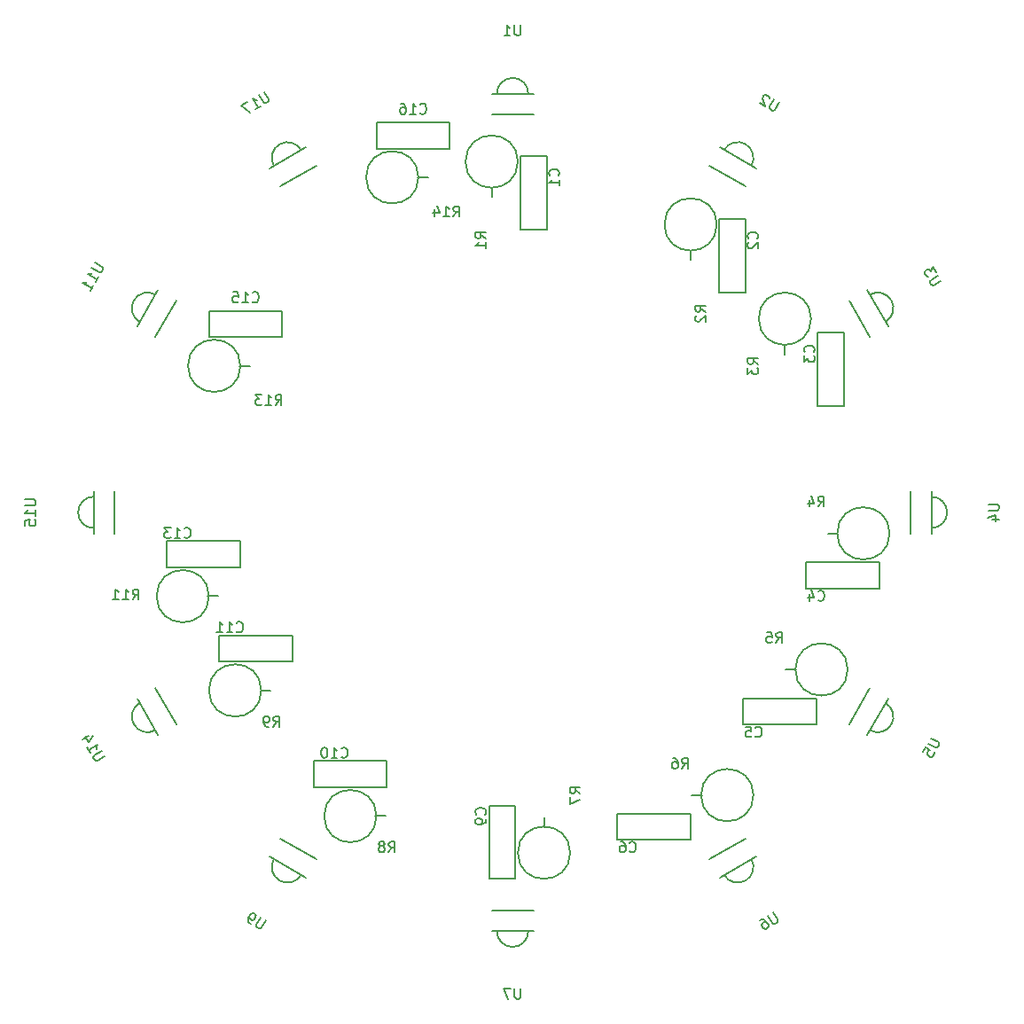
<source format=gbo>
G04 #@! TF.FileFunction,Legend,Bot*
%FSLAX46Y46*%
G04 Gerber Fmt 4.6, Leading zero omitted, Abs format (unit mm)*
G04 Created by KiCad (PCBNEW 4.0.1-stable) date 2016/11/10 0:02:59*
%MOMM*%
G01*
G04 APERTURE LIST*
%ADD10C,0.150000*%
%ADD11C,3.200000*%
%ADD12R,2.032000X1.727200*%
%ADD13O,2.032000X1.727200*%
%ADD14C,1.300000*%
%ADD15R,1.300000X1.300000*%
%ADD16R,2.000000X2.000000*%
%ADD17C,2.000000*%
%ADD18R,2.950000X2.950000*%
%ADD19C,2.950000*%
%ADD20R,1.727200X1.727200*%
%ADD21O,1.727200X1.727200*%
%ADD22C,1.998980*%
%ADD23C,1.510000*%
%ADD24R,1.510000X1.510000*%
%ADD25C,1.524000*%
%ADD26R,1.727200X2.032000*%
%ADD27O,1.727200X2.032000*%
%ADD28C,4.000000*%
G04 APERTURE END LIST*
D10*
X142750000Y-73500000D02*
X142750000Y-66500000D01*
X142750000Y-66500000D02*
X140250000Y-66500000D01*
X140250000Y-66500000D02*
X140250000Y-73500000D01*
X140250000Y-73500000D02*
X142750000Y-73500000D01*
X161750000Y-79500000D02*
X161750000Y-72500000D01*
X161750000Y-72500000D02*
X159250000Y-72500000D01*
X159250000Y-72500000D02*
X159250000Y-79500000D01*
X159250000Y-79500000D02*
X161750000Y-79500000D01*
X171125000Y-90340000D02*
X171125000Y-83340000D01*
X171125000Y-83340000D02*
X168625000Y-83340000D01*
X168625000Y-83340000D02*
X168625000Y-90340000D01*
X168625000Y-90340000D02*
X171125000Y-90340000D01*
X167500000Y-107750000D02*
X174500000Y-107750000D01*
X174500000Y-107750000D02*
X174500000Y-105250000D01*
X174500000Y-105250000D02*
X167500000Y-105250000D01*
X167500000Y-105250000D02*
X167500000Y-107750000D01*
X161500000Y-120750000D02*
X168500000Y-120750000D01*
X168500000Y-120750000D02*
X168500000Y-118250000D01*
X168500000Y-118250000D02*
X161500000Y-118250000D01*
X161500000Y-118250000D02*
X161500000Y-120750000D01*
X149500000Y-131750000D02*
X156500000Y-131750000D01*
X156500000Y-131750000D02*
X156500000Y-129250000D01*
X156500000Y-129250000D02*
X149500000Y-129250000D01*
X149500000Y-129250000D02*
X149500000Y-131750000D01*
X137250000Y-128500000D02*
X137250000Y-135500000D01*
X137250000Y-135500000D02*
X139750000Y-135500000D01*
X139750000Y-135500000D02*
X139750000Y-128500000D01*
X139750000Y-128500000D02*
X137250000Y-128500000D01*
X127500000Y-124250000D02*
X120500000Y-124250000D01*
X120500000Y-124250000D02*
X120500000Y-126750000D01*
X120500000Y-126750000D02*
X127500000Y-126750000D01*
X127500000Y-126750000D02*
X127500000Y-124250000D01*
X118500000Y-112250000D02*
X111500000Y-112250000D01*
X111500000Y-112250000D02*
X111500000Y-114750000D01*
X111500000Y-114750000D02*
X118500000Y-114750000D01*
X118500000Y-114750000D02*
X118500000Y-112250000D01*
X113500000Y-103250000D02*
X106500000Y-103250000D01*
X106500000Y-103250000D02*
X106500000Y-105750000D01*
X106500000Y-105750000D02*
X113500000Y-105750000D01*
X113500000Y-105750000D02*
X113500000Y-103250000D01*
X117500000Y-81250000D02*
X110500000Y-81250000D01*
X110500000Y-81250000D02*
X110500000Y-83750000D01*
X110500000Y-83750000D02*
X117500000Y-83750000D01*
X117500000Y-83750000D02*
X117500000Y-81250000D01*
X133500000Y-63250000D02*
X126500000Y-63250000D01*
X126500000Y-63250000D02*
X126500000Y-65750000D01*
X126500000Y-65750000D02*
X133500000Y-65750000D01*
X133500000Y-65750000D02*
X133500000Y-63250000D01*
X137500000Y-69400940D02*
X137500000Y-70401700D01*
X139999360Y-67000640D02*
G75*
G03X139999360Y-67000640I-2499360J0D01*
G01*
X156500000Y-75400940D02*
X156500000Y-76401700D01*
X158999360Y-73000640D02*
G75*
G03X158999360Y-73000640I-2499360J0D01*
G01*
X165500000Y-84400940D02*
X165500000Y-85401700D01*
X167999360Y-82000640D02*
G75*
G03X167999360Y-82000640I-2499360J0D01*
G01*
X170599060Y-102500000D02*
X169598300Y-102500000D01*
X175498720Y-102500000D02*
G75*
G03X175498720Y-102500000I-2499360J0D01*
G01*
X166599060Y-115500000D02*
X165598300Y-115500000D01*
X171498720Y-115500000D02*
G75*
G03X171498720Y-115500000I-2499360J0D01*
G01*
X157599060Y-127500000D02*
X156598300Y-127500000D01*
X162498720Y-127500000D02*
G75*
G03X162498720Y-127500000I-2499360J0D01*
G01*
X142500000Y-130599060D02*
X142500000Y-129598300D01*
X144999360Y-132999360D02*
G75*
G03X144999360Y-132999360I-2499360J0D01*
G01*
X126400940Y-129500000D02*
X127401700Y-129500000D01*
X126500000Y-129500000D02*
G75*
G03X126500000Y-129500000I-2499360J0D01*
G01*
X115400940Y-117500000D02*
X116401700Y-117500000D01*
X115500000Y-117500000D02*
G75*
G03X115500000Y-117500000I-2499360J0D01*
G01*
X110400940Y-108500000D02*
X111401700Y-108500000D01*
X110500000Y-108500000D02*
G75*
G03X110500000Y-108500000I-2499360J0D01*
G01*
X113400940Y-86500000D02*
X114401700Y-86500000D01*
X113500000Y-86500000D02*
G75*
G03X113500000Y-86500000I-2499360J0D01*
G01*
X130400940Y-68500000D02*
X131401700Y-68500000D01*
X130500000Y-68500000D02*
G75*
G03X130500000Y-68500000I-2499360J0D01*
G01*
X141500000Y-62500000D02*
X137500000Y-62500000D01*
X141500000Y-60500000D02*
X137500000Y-60500000D01*
X139500000Y-59000000D02*
G75*
G02X141000000Y-60500000I0J-1500000D01*
G01*
X138000000Y-60500000D02*
G75*
G02X139500000Y-59000000I1500000J0D01*
G01*
X161732051Y-69366025D02*
X158267949Y-67366025D01*
X162732051Y-67633975D02*
X159267949Y-65633975D01*
X161750000Y-65334937D02*
G75*
G02X162299038Y-67383975I-750000J-1299038D01*
G01*
X159700961Y-65883975D02*
G75*
G02X161750000Y-65334936I1299039J-750000D01*
G01*
X173633975Y-83732051D02*
X171633975Y-80267949D01*
X175366025Y-82732051D02*
X173366025Y-79267949D01*
X175665063Y-80250000D02*
G75*
G02X175116025Y-82299038I-1299038J-750000D01*
G01*
X173616025Y-79700961D02*
G75*
G02X175665064Y-80250000I750000J-1299039D01*
G01*
X177500000Y-102500000D02*
X177500000Y-98500000D01*
X179500000Y-102500000D02*
X179500000Y-98500000D01*
X181000000Y-100500000D02*
G75*
G02X179500000Y-102000000I-1500000J0D01*
G01*
X179500000Y-99000000D02*
G75*
G02X181000000Y-100500000I0J-1500000D01*
G01*
X171633975Y-120732051D02*
X173633975Y-117267949D01*
X173366025Y-121732051D02*
X175366025Y-118267949D01*
X175665063Y-120750000D02*
G75*
G02X173616025Y-121299038I-1299038J750000D01*
G01*
X175116025Y-118700961D02*
G75*
G02X175665064Y-120750000I-750000J-1299039D01*
G01*
X158267949Y-133633975D02*
X161732051Y-131633975D01*
X159267949Y-135366025D02*
X162732051Y-133366025D01*
X161750000Y-135665063D02*
G75*
G02X159700962Y-135116025I-750000J1299038D01*
G01*
X162299039Y-133616025D02*
G75*
G02X161750000Y-135665064I-1299039J-750000D01*
G01*
X137500000Y-138500000D02*
X141500000Y-138500000D01*
X137500000Y-140500000D02*
X141500000Y-140500000D01*
X139500000Y-142000000D02*
G75*
G02X138000000Y-140500000I0J1500000D01*
G01*
X141000000Y-140500000D02*
G75*
G02X139500000Y-142000000I-1500000J0D01*
G01*
X117267949Y-131633975D02*
X120732051Y-133633975D01*
X116267949Y-133366025D02*
X119732051Y-135366025D01*
X117250000Y-135665063D02*
G75*
G02X116700962Y-133616025I750000J1299038D01*
G01*
X119299039Y-135116025D02*
G75*
G02X117250000Y-135665064I-1299039J750000D01*
G01*
X105366025Y-117267949D02*
X107366025Y-120732051D01*
X103633975Y-118267949D02*
X105633975Y-121732051D01*
X103334937Y-120750000D02*
G75*
G02X103883975Y-118700962I1299038J750000D01*
G01*
X105383975Y-121299039D02*
G75*
G02X103334936Y-120750000I-750000J1299039D01*
G01*
X101500000Y-98500000D02*
X101500000Y-102500000D01*
X99500000Y-98500000D02*
X99500000Y-102500000D01*
X98000000Y-100500000D02*
G75*
G02X99500000Y-99000000I1500000J0D01*
G01*
X99500000Y-102000000D02*
G75*
G02X98000000Y-100500000I0J1500000D01*
G01*
X107366025Y-80267949D02*
X105366025Y-83732051D01*
X105633975Y-79267949D02*
X103633975Y-82732051D01*
X103334937Y-80250000D02*
G75*
G02X105383975Y-79700962I1299038J-750000D01*
G01*
X103883975Y-82299039D02*
G75*
G02X103334936Y-80250000I750000J1299039D01*
G01*
X120732051Y-67366025D02*
X117267949Y-69366025D01*
X119732051Y-65633975D02*
X116267949Y-67633975D01*
X117250000Y-65334937D02*
G75*
G02X119299038Y-65883975I750000J-1299038D01*
G01*
X116700961Y-67383975D02*
G75*
G02X117250000Y-65334936I1299039J750000D01*
G01*
X143857143Y-68333334D02*
X143904762Y-68285715D01*
X143952381Y-68142858D01*
X143952381Y-68047620D01*
X143904762Y-67904762D01*
X143809524Y-67809524D01*
X143714286Y-67761905D01*
X143523810Y-67714286D01*
X143380952Y-67714286D01*
X143190476Y-67761905D01*
X143095238Y-67809524D01*
X143000000Y-67904762D01*
X142952381Y-68047620D01*
X142952381Y-68142858D01*
X143000000Y-68285715D01*
X143047619Y-68333334D01*
X143952381Y-69285715D02*
X143952381Y-68714286D01*
X143952381Y-69000000D02*
X142952381Y-69000000D01*
X143095238Y-68904762D01*
X143190476Y-68809524D01*
X143238095Y-68714286D01*
X162857143Y-74333334D02*
X162904762Y-74285715D01*
X162952381Y-74142858D01*
X162952381Y-74047620D01*
X162904762Y-73904762D01*
X162809524Y-73809524D01*
X162714286Y-73761905D01*
X162523810Y-73714286D01*
X162380952Y-73714286D01*
X162190476Y-73761905D01*
X162095238Y-73809524D01*
X162000000Y-73904762D01*
X161952381Y-74047620D01*
X161952381Y-74142858D01*
X162000000Y-74285715D01*
X162047619Y-74333334D01*
X162047619Y-74714286D02*
X162000000Y-74761905D01*
X161952381Y-74857143D01*
X161952381Y-75095239D01*
X162000000Y-75190477D01*
X162047619Y-75238096D01*
X162142857Y-75285715D01*
X162238095Y-75285715D01*
X162380952Y-75238096D01*
X162952381Y-74666667D01*
X162952381Y-75285715D01*
X168232143Y-85173334D02*
X168279762Y-85125715D01*
X168327381Y-84982858D01*
X168327381Y-84887620D01*
X168279762Y-84744762D01*
X168184524Y-84649524D01*
X168089286Y-84601905D01*
X167898810Y-84554286D01*
X167755952Y-84554286D01*
X167565476Y-84601905D01*
X167470238Y-84649524D01*
X167375000Y-84744762D01*
X167327381Y-84887620D01*
X167327381Y-84982858D01*
X167375000Y-85125715D01*
X167422619Y-85173334D01*
X167327381Y-85506667D02*
X167327381Y-86125715D01*
X167708333Y-85792381D01*
X167708333Y-85935239D01*
X167755952Y-86030477D01*
X167803571Y-86078096D01*
X167898810Y-86125715D01*
X168136905Y-86125715D01*
X168232143Y-86078096D01*
X168279762Y-86030477D01*
X168327381Y-85935239D01*
X168327381Y-85649524D01*
X168279762Y-85554286D01*
X168232143Y-85506667D01*
X168666666Y-108857143D02*
X168714285Y-108904762D01*
X168857142Y-108952381D01*
X168952380Y-108952381D01*
X169095238Y-108904762D01*
X169190476Y-108809524D01*
X169238095Y-108714286D01*
X169285714Y-108523810D01*
X169285714Y-108380952D01*
X169238095Y-108190476D01*
X169190476Y-108095238D01*
X169095238Y-108000000D01*
X168952380Y-107952381D01*
X168857142Y-107952381D01*
X168714285Y-108000000D01*
X168666666Y-108047619D01*
X167809523Y-108285714D02*
X167809523Y-108952381D01*
X168047619Y-107904762D02*
X168285714Y-108619048D01*
X167666666Y-108619048D01*
X162666666Y-121857143D02*
X162714285Y-121904762D01*
X162857142Y-121952381D01*
X162952380Y-121952381D01*
X163095238Y-121904762D01*
X163190476Y-121809524D01*
X163238095Y-121714286D01*
X163285714Y-121523810D01*
X163285714Y-121380952D01*
X163238095Y-121190476D01*
X163190476Y-121095238D01*
X163095238Y-121000000D01*
X162952380Y-120952381D01*
X162857142Y-120952381D01*
X162714285Y-121000000D01*
X162666666Y-121047619D01*
X161761904Y-120952381D02*
X162238095Y-120952381D01*
X162285714Y-121428571D01*
X162238095Y-121380952D01*
X162142857Y-121333333D01*
X161904761Y-121333333D01*
X161809523Y-121380952D01*
X161761904Y-121428571D01*
X161714285Y-121523810D01*
X161714285Y-121761905D01*
X161761904Y-121857143D01*
X161809523Y-121904762D01*
X161904761Y-121952381D01*
X162142857Y-121952381D01*
X162238095Y-121904762D01*
X162285714Y-121857143D01*
X150666666Y-132857143D02*
X150714285Y-132904762D01*
X150857142Y-132952381D01*
X150952380Y-132952381D01*
X151095238Y-132904762D01*
X151190476Y-132809524D01*
X151238095Y-132714286D01*
X151285714Y-132523810D01*
X151285714Y-132380952D01*
X151238095Y-132190476D01*
X151190476Y-132095238D01*
X151095238Y-132000000D01*
X150952380Y-131952381D01*
X150857142Y-131952381D01*
X150714285Y-132000000D01*
X150666666Y-132047619D01*
X149809523Y-131952381D02*
X150000000Y-131952381D01*
X150095238Y-132000000D01*
X150142857Y-132047619D01*
X150238095Y-132190476D01*
X150285714Y-132380952D01*
X150285714Y-132761905D01*
X150238095Y-132857143D01*
X150190476Y-132904762D01*
X150095238Y-132952381D01*
X149904761Y-132952381D01*
X149809523Y-132904762D01*
X149761904Y-132857143D01*
X149714285Y-132761905D01*
X149714285Y-132523810D01*
X149761904Y-132428571D01*
X149809523Y-132380952D01*
X149904761Y-132333333D01*
X150095238Y-132333333D01*
X150190476Y-132380952D01*
X150238095Y-132428571D01*
X150285714Y-132523810D01*
X136857143Y-129333334D02*
X136904762Y-129285715D01*
X136952381Y-129142858D01*
X136952381Y-129047620D01*
X136904762Y-128904762D01*
X136809524Y-128809524D01*
X136714286Y-128761905D01*
X136523810Y-128714286D01*
X136380952Y-128714286D01*
X136190476Y-128761905D01*
X136095238Y-128809524D01*
X136000000Y-128904762D01*
X135952381Y-129047620D01*
X135952381Y-129142858D01*
X136000000Y-129285715D01*
X136047619Y-129333334D01*
X136952381Y-129809524D02*
X136952381Y-130000000D01*
X136904762Y-130095239D01*
X136857143Y-130142858D01*
X136714286Y-130238096D01*
X136523810Y-130285715D01*
X136142857Y-130285715D01*
X136047619Y-130238096D01*
X136000000Y-130190477D01*
X135952381Y-130095239D01*
X135952381Y-129904762D01*
X136000000Y-129809524D01*
X136047619Y-129761905D01*
X136142857Y-129714286D01*
X136380952Y-129714286D01*
X136476190Y-129761905D01*
X136523810Y-129809524D01*
X136571429Y-129904762D01*
X136571429Y-130095239D01*
X136523810Y-130190477D01*
X136476190Y-130238096D01*
X136380952Y-130285715D01*
X123142857Y-123857143D02*
X123190476Y-123904762D01*
X123333333Y-123952381D01*
X123428571Y-123952381D01*
X123571429Y-123904762D01*
X123666667Y-123809524D01*
X123714286Y-123714286D01*
X123761905Y-123523810D01*
X123761905Y-123380952D01*
X123714286Y-123190476D01*
X123666667Y-123095238D01*
X123571429Y-123000000D01*
X123428571Y-122952381D01*
X123333333Y-122952381D01*
X123190476Y-123000000D01*
X123142857Y-123047619D01*
X122190476Y-123952381D02*
X122761905Y-123952381D01*
X122476191Y-123952381D02*
X122476191Y-122952381D01*
X122571429Y-123095238D01*
X122666667Y-123190476D01*
X122761905Y-123238095D01*
X121571429Y-122952381D02*
X121476190Y-122952381D01*
X121380952Y-123000000D01*
X121333333Y-123047619D01*
X121285714Y-123142857D01*
X121238095Y-123333333D01*
X121238095Y-123571429D01*
X121285714Y-123761905D01*
X121333333Y-123857143D01*
X121380952Y-123904762D01*
X121476190Y-123952381D01*
X121571429Y-123952381D01*
X121666667Y-123904762D01*
X121714286Y-123857143D01*
X121761905Y-123761905D01*
X121809524Y-123571429D01*
X121809524Y-123333333D01*
X121761905Y-123142857D01*
X121714286Y-123047619D01*
X121666667Y-123000000D01*
X121571429Y-122952381D01*
X113142857Y-111857143D02*
X113190476Y-111904762D01*
X113333333Y-111952381D01*
X113428571Y-111952381D01*
X113571429Y-111904762D01*
X113666667Y-111809524D01*
X113714286Y-111714286D01*
X113761905Y-111523810D01*
X113761905Y-111380952D01*
X113714286Y-111190476D01*
X113666667Y-111095238D01*
X113571429Y-111000000D01*
X113428571Y-110952381D01*
X113333333Y-110952381D01*
X113190476Y-111000000D01*
X113142857Y-111047619D01*
X112190476Y-111952381D02*
X112761905Y-111952381D01*
X112476191Y-111952381D02*
X112476191Y-110952381D01*
X112571429Y-111095238D01*
X112666667Y-111190476D01*
X112761905Y-111238095D01*
X111238095Y-111952381D02*
X111809524Y-111952381D01*
X111523810Y-111952381D02*
X111523810Y-110952381D01*
X111619048Y-111095238D01*
X111714286Y-111190476D01*
X111809524Y-111238095D01*
X108142857Y-102857143D02*
X108190476Y-102904762D01*
X108333333Y-102952381D01*
X108428571Y-102952381D01*
X108571429Y-102904762D01*
X108666667Y-102809524D01*
X108714286Y-102714286D01*
X108761905Y-102523810D01*
X108761905Y-102380952D01*
X108714286Y-102190476D01*
X108666667Y-102095238D01*
X108571429Y-102000000D01*
X108428571Y-101952381D01*
X108333333Y-101952381D01*
X108190476Y-102000000D01*
X108142857Y-102047619D01*
X107190476Y-102952381D02*
X107761905Y-102952381D01*
X107476191Y-102952381D02*
X107476191Y-101952381D01*
X107571429Y-102095238D01*
X107666667Y-102190476D01*
X107761905Y-102238095D01*
X106857143Y-101952381D02*
X106238095Y-101952381D01*
X106571429Y-102333333D01*
X106428571Y-102333333D01*
X106333333Y-102380952D01*
X106285714Y-102428571D01*
X106238095Y-102523810D01*
X106238095Y-102761905D01*
X106285714Y-102857143D01*
X106333333Y-102904762D01*
X106428571Y-102952381D01*
X106714286Y-102952381D01*
X106809524Y-102904762D01*
X106857143Y-102857143D01*
X114642857Y-80357143D02*
X114690476Y-80404762D01*
X114833333Y-80452381D01*
X114928571Y-80452381D01*
X115071429Y-80404762D01*
X115166667Y-80309524D01*
X115214286Y-80214286D01*
X115261905Y-80023810D01*
X115261905Y-79880952D01*
X115214286Y-79690476D01*
X115166667Y-79595238D01*
X115071429Y-79500000D01*
X114928571Y-79452381D01*
X114833333Y-79452381D01*
X114690476Y-79500000D01*
X114642857Y-79547619D01*
X113690476Y-80452381D02*
X114261905Y-80452381D01*
X113976191Y-80452381D02*
X113976191Y-79452381D01*
X114071429Y-79595238D01*
X114166667Y-79690476D01*
X114261905Y-79738095D01*
X112785714Y-79452381D02*
X113261905Y-79452381D01*
X113309524Y-79928571D01*
X113261905Y-79880952D01*
X113166667Y-79833333D01*
X112928571Y-79833333D01*
X112833333Y-79880952D01*
X112785714Y-79928571D01*
X112738095Y-80023810D01*
X112738095Y-80261905D01*
X112785714Y-80357143D01*
X112833333Y-80404762D01*
X112928571Y-80452381D01*
X113166667Y-80452381D01*
X113261905Y-80404762D01*
X113309524Y-80357143D01*
X130642857Y-62357143D02*
X130690476Y-62404762D01*
X130833333Y-62452381D01*
X130928571Y-62452381D01*
X131071429Y-62404762D01*
X131166667Y-62309524D01*
X131214286Y-62214286D01*
X131261905Y-62023810D01*
X131261905Y-61880952D01*
X131214286Y-61690476D01*
X131166667Y-61595238D01*
X131071429Y-61500000D01*
X130928571Y-61452381D01*
X130833333Y-61452381D01*
X130690476Y-61500000D01*
X130642857Y-61547619D01*
X129690476Y-62452381D02*
X130261905Y-62452381D01*
X129976191Y-62452381D02*
X129976191Y-61452381D01*
X130071429Y-61595238D01*
X130166667Y-61690476D01*
X130261905Y-61738095D01*
X128833333Y-61452381D02*
X129023810Y-61452381D01*
X129119048Y-61500000D01*
X129166667Y-61547619D01*
X129261905Y-61690476D01*
X129309524Y-61880952D01*
X129309524Y-62261905D01*
X129261905Y-62357143D01*
X129214286Y-62404762D01*
X129119048Y-62452381D01*
X128928571Y-62452381D01*
X128833333Y-62404762D01*
X128785714Y-62357143D01*
X128738095Y-62261905D01*
X128738095Y-62023810D01*
X128785714Y-61928571D01*
X128833333Y-61880952D01*
X128928571Y-61833333D01*
X129119048Y-61833333D01*
X129214286Y-61880952D01*
X129261905Y-61928571D01*
X129309524Y-62023810D01*
X136952381Y-74333334D02*
X136476190Y-74000000D01*
X136952381Y-73761905D02*
X135952381Y-73761905D01*
X135952381Y-74142858D01*
X136000000Y-74238096D01*
X136047619Y-74285715D01*
X136142857Y-74333334D01*
X136285714Y-74333334D01*
X136380952Y-74285715D01*
X136428571Y-74238096D01*
X136476190Y-74142858D01*
X136476190Y-73761905D01*
X136952381Y-75285715D02*
X136952381Y-74714286D01*
X136952381Y-75000000D02*
X135952381Y-75000000D01*
X136095238Y-74904762D01*
X136190476Y-74809524D01*
X136238095Y-74714286D01*
X157952381Y-81333334D02*
X157476190Y-81000000D01*
X157952381Y-80761905D02*
X156952381Y-80761905D01*
X156952381Y-81142858D01*
X157000000Y-81238096D01*
X157047619Y-81285715D01*
X157142857Y-81333334D01*
X157285714Y-81333334D01*
X157380952Y-81285715D01*
X157428571Y-81238096D01*
X157476190Y-81142858D01*
X157476190Y-80761905D01*
X157047619Y-81714286D02*
X157000000Y-81761905D01*
X156952381Y-81857143D01*
X156952381Y-82095239D01*
X157000000Y-82190477D01*
X157047619Y-82238096D01*
X157142857Y-82285715D01*
X157238095Y-82285715D01*
X157380952Y-82238096D01*
X157952381Y-81666667D01*
X157952381Y-82285715D01*
X162952381Y-86333334D02*
X162476190Y-86000000D01*
X162952381Y-85761905D02*
X161952381Y-85761905D01*
X161952381Y-86142858D01*
X162000000Y-86238096D01*
X162047619Y-86285715D01*
X162142857Y-86333334D01*
X162285714Y-86333334D01*
X162380952Y-86285715D01*
X162428571Y-86238096D01*
X162476190Y-86142858D01*
X162476190Y-85761905D01*
X161952381Y-86666667D02*
X161952381Y-87285715D01*
X162333333Y-86952381D01*
X162333333Y-87095239D01*
X162380952Y-87190477D01*
X162428571Y-87238096D01*
X162523810Y-87285715D01*
X162761905Y-87285715D01*
X162857143Y-87238096D01*
X162904762Y-87190477D01*
X162952381Y-87095239D01*
X162952381Y-86809524D01*
X162904762Y-86714286D01*
X162857143Y-86666667D01*
X168666666Y-99952381D02*
X169000000Y-99476190D01*
X169238095Y-99952381D02*
X169238095Y-98952381D01*
X168857142Y-98952381D01*
X168761904Y-99000000D01*
X168714285Y-99047619D01*
X168666666Y-99142857D01*
X168666666Y-99285714D01*
X168714285Y-99380952D01*
X168761904Y-99428571D01*
X168857142Y-99476190D01*
X169238095Y-99476190D01*
X167809523Y-99285714D02*
X167809523Y-99952381D01*
X168047619Y-98904762D02*
X168285714Y-99619048D01*
X167666666Y-99619048D01*
X164666666Y-112952381D02*
X165000000Y-112476190D01*
X165238095Y-112952381D02*
X165238095Y-111952381D01*
X164857142Y-111952381D01*
X164761904Y-112000000D01*
X164714285Y-112047619D01*
X164666666Y-112142857D01*
X164666666Y-112285714D01*
X164714285Y-112380952D01*
X164761904Y-112428571D01*
X164857142Y-112476190D01*
X165238095Y-112476190D01*
X163761904Y-111952381D02*
X164238095Y-111952381D01*
X164285714Y-112428571D01*
X164238095Y-112380952D01*
X164142857Y-112333333D01*
X163904761Y-112333333D01*
X163809523Y-112380952D01*
X163761904Y-112428571D01*
X163714285Y-112523810D01*
X163714285Y-112761905D01*
X163761904Y-112857143D01*
X163809523Y-112904762D01*
X163904761Y-112952381D01*
X164142857Y-112952381D01*
X164238095Y-112904762D01*
X164285714Y-112857143D01*
X155666666Y-124952381D02*
X156000000Y-124476190D01*
X156238095Y-124952381D02*
X156238095Y-123952381D01*
X155857142Y-123952381D01*
X155761904Y-124000000D01*
X155714285Y-124047619D01*
X155666666Y-124142857D01*
X155666666Y-124285714D01*
X155714285Y-124380952D01*
X155761904Y-124428571D01*
X155857142Y-124476190D01*
X156238095Y-124476190D01*
X154809523Y-123952381D02*
X155000000Y-123952381D01*
X155095238Y-124000000D01*
X155142857Y-124047619D01*
X155238095Y-124190476D01*
X155285714Y-124380952D01*
X155285714Y-124761905D01*
X155238095Y-124857143D01*
X155190476Y-124904762D01*
X155095238Y-124952381D01*
X154904761Y-124952381D01*
X154809523Y-124904762D01*
X154761904Y-124857143D01*
X154714285Y-124761905D01*
X154714285Y-124523810D01*
X154761904Y-124428571D01*
X154809523Y-124380952D01*
X154904761Y-124333333D01*
X155095238Y-124333333D01*
X155190476Y-124380952D01*
X155238095Y-124428571D01*
X155285714Y-124523810D01*
X145952381Y-127333334D02*
X145476190Y-127000000D01*
X145952381Y-126761905D02*
X144952381Y-126761905D01*
X144952381Y-127142858D01*
X145000000Y-127238096D01*
X145047619Y-127285715D01*
X145142857Y-127333334D01*
X145285714Y-127333334D01*
X145380952Y-127285715D01*
X145428571Y-127238096D01*
X145476190Y-127142858D01*
X145476190Y-126761905D01*
X144952381Y-127666667D02*
X144952381Y-128333334D01*
X145952381Y-127904762D01*
X127666666Y-132952381D02*
X128000000Y-132476190D01*
X128238095Y-132952381D02*
X128238095Y-131952381D01*
X127857142Y-131952381D01*
X127761904Y-132000000D01*
X127714285Y-132047619D01*
X127666666Y-132142857D01*
X127666666Y-132285714D01*
X127714285Y-132380952D01*
X127761904Y-132428571D01*
X127857142Y-132476190D01*
X128238095Y-132476190D01*
X127095238Y-132380952D02*
X127190476Y-132333333D01*
X127238095Y-132285714D01*
X127285714Y-132190476D01*
X127285714Y-132142857D01*
X127238095Y-132047619D01*
X127190476Y-132000000D01*
X127095238Y-131952381D01*
X126904761Y-131952381D01*
X126809523Y-132000000D01*
X126761904Y-132047619D01*
X126714285Y-132142857D01*
X126714285Y-132190476D01*
X126761904Y-132285714D01*
X126809523Y-132333333D01*
X126904761Y-132380952D01*
X127095238Y-132380952D01*
X127190476Y-132428571D01*
X127238095Y-132476190D01*
X127285714Y-132571429D01*
X127285714Y-132761905D01*
X127238095Y-132857143D01*
X127190476Y-132904762D01*
X127095238Y-132952381D01*
X126904761Y-132952381D01*
X126809523Y-132904762D01*
X126761904Y-132857143D01*
X126714285Y-132761905D01*
X126714285Y-132571429D01*
X126761904Y-132476190D01*
X126809523Y-132428571D01*
X126904761Y-132380952D01*
X116666666Y-120952381D02*
X117000000Y-120476190D01*
X117238095Y-120952381D02*
X117238095Y-119952381D01*
X116857142Y-119952381D01*
X116761904Y-120000000D01*
X116714285Y-120047619D01*
X116666666Y-120142857D01*
X116666666Y-120285714D01*
X116714285Y-120380952D01*
X116761904Y-120428571D01*
X116857142Y-120476190D01*
X117238095Y-120476190D01*
X116190476Y-120952381D02*
X116000000Y-120952381D01*
X115904761Y-120904762D01*
X115857142Y-120857143D01*
X115761904Y-120714286D01*
X115714285Y-120523810D01*
X115714285Y-120142857D01*
X115761904Y-120047619D01*
X115809523Y-120000000D01*
X115904761Y-119952381D01*
X116095238Y-119952381D01*
X116190476Y-120000000D01*
X116238095Y-120047619D01*
X116285714Y-120142857D01*
X116285714Y-120380952D01*
X116238095Y-120476190D01*
X116190476Y-120523810D01*
X116095238Y-120571429D01*
X115904761Y-120571429D01*
X115809523Y-120523810D01*
X115761904Y-120476190D01*
X115714285Y-120380952D01*
X103207857Y-108842381D02*
X103541191Y-108366190D01*
X103779286Y-108842381D02*
X103779286Y-107842381D01*
X103398333Y-107842381D01*
X103303095Y-107890000D01*
X103255476Y-107937619D01*
X103207857Y-108032857D01*
X103207857Y-108175714D01*
X103255476Y-108270952D01*
X103303095Y-108318571D01*
X103398333Y-108366190D01*
X103779286Y-108366190D01*
X102255476Y-108842381D02*
X102826905Y-108842381D01*
X102541191Y-108842381D02*
X102541191Y-107842381D01*
X102636429Y-107985238D01*
X102731667Y-108080476D01*
X102826905Y-108128095D01*
X101303095Y-108842381D02*
X101874524Y-108842381D01*
X101588810Y-108842381D02*
X101588810Y-107842381D01*
X101684048Y-107985238D01*
X101779286Y-108080476D01*
X101874524Y-108128095D01*
X116842877Y-90251841D02*
X117176211Y-89775650D01*
X117414306Y-90251841D02*
X117414306Y-89251841D01*
X117033353Y-89251841D01*
X116938115Y-89299460D01*
X116890496Y-89347079D01*
X116842877Y-89442317D01*
X116842877Y-89585174D01*
X116890496Y-89680412D01*
X116938115Y-89728031D01*
X117033353Y-89775650D01*
X117414306Y-89775650D01*
X115890496Y-90251841D02*
X116461925Y-90251841D01*
X116176211Y-90251841D02*
X116176211Y-89251841D01*
X116271449Y-89394698D01*
X116366687Y-89489936D01*
X116461925Y-89537555D01*
X115557163Y-89251841D02*
X114938115Y-89251841D01*
X115271449Y-89632793D01*
X115128591Y-89632793D01*
X115033353Y-89680412D01*
X114985734Y-89728031D01*
X114938115Y-89823270D01*
X114938115Y-90061365D01*
X114985734Y-90156603D01*
X115033353Y-90204222D01*
X115128591Y-90251841D01*
X115414306Y-90251841D01*
X115509544Y-90204222D01*
X115557163Y-90156603D01*
X133842877Y-72251841D02*
X134176211Y-71775650D01*
X134414306Y-72251841D02*
X134414306Y-71251841D01*
X134033353Y-71251841D01*
X133938115Y-71299460D01*
X133890496Y-71347079D01*
X133842877Y-71442317D01*
X133842877Y-71585174D01*
X133890496Y-71680412D01*
X133938115Y-71728031D01*
X134033353Y-71775650D01*
X134414306Y-71775650D01*
X132890496Y-72251841D02*
X133461925Y-72251841D01*
X133176211Y-72251841D02*
X133176211Y-71251841D01*
X133271449Y-71394698D01*
X133366687Y-71489936D01*
X133461925Y-71537555D01*
X132033353Y-71585174D02*
X132033353Y-72251841D01*
X132271449Y-71204222D02*
X132509544Y-71918508D01*
X131890496Y-71918508D01*
X140261905Y-53952381D02*
X140261905Y-54761905D01*
X140214286Y-54857143D01*
X140166667Y-54904762D01*
X140071429Y-54952381D01*
X139880952Y-54952381D01*
X139785714Y-54904762D01*
X139738095Y-54857143D01*
X139690476Y-54761905D01*
X139690476Y-53952381D01*
X138690476Y-54952381D02*
X139261905Y-54952381D01*
X138976191Y-54952381D02*
X138976191Y-53952381D01*
X139071429Y-54095238D01*
X139166667Y-54190476D01*
X139261905Y-54238095D01*
X164933639Y-61344523D02*
X164528877Y-62045591D01*
X164440018Y-62104260D01*
X164374970Y-62121690D01*
X164268682Y-62115310D01*
X164103724Y-62020071D01*
X164045055Y-61931213D01*
X164027625Y-61866164D01*
X164034005Y-61759876D01*
X164438767Y-61058808D01*
X164019994Y-60927001D02*
X164002564Y-60861952D01*
X163943895Y-60773094D01*
X163737698Y-60654046D01*
X163631410Y-60647666D01*
X163566361Y-60665096D01*
X163477503Y-60723765D01*
X163429884Y-60806244D01*
X163399695Y-60953771D01*
X163608852Y-61734357D01*
X163072741Y-61424833D01*
X180417382Y-78386020D02*
X179716314Y-78790782D01*
X179610026Y-78797161D01*
X179544977Y-78779732D01*
X179456119Y-78721063D01*
X179360881Y-78556105D01*
X179354501Y-78449817D01*
X179371931Y-78384768D01*
X179430600Y-78295910D01*
X180131668Y-77891148D01*
X179941192Y-77561233D02*
X179631668Y-77025122D01*
X179468421Y-77504274D01*
X179396992Y-77380555D01*
X179308134Y-77321886D01*
X179243085Y-77304456D01*
X179136796Y-77310837D01*
X178930600Y-77429884D01*
X178871931Y-77518742D01*
X178854501Y-77583791D01*
X178860881Y-77690079D01*
X179003738Y-77937516D01*
X179092596Y-77996185D01*
X179157645Y-78013614D01*
X184952381Y-99738095D02*
X185761905Y-99738095D01*
X185857143Y-99785714D01*
X185904762Y-99833333D01*
X185952381Y-99928571D01*
X185952381Y-100119048D01*
X185904762Y-100214286D01*
X185857143Y-100261905D01*
X185761905Y-100309524D01*
X184952381Y-100309524D01*
X185285714Y-101214286D02*
X185952381Y-101214286D01*
X184904762Y-100976190D02*
X185619048Y-100738095D01*
X185619048Y-101357143D01*
X179468879Y-122066361D02*
X180169947Y-122471123D01*
X180228616Y-122559982D01*
X180246046Y-122625030D01*
X180239666Y-122731318D01*
X180144427Y-122896276D01*
X180055569Y-122954945D01*
X179990520Y-122972375D01*
X179884232Y-122965995D01*
X179183164Y-122561233D01*
X178706974Y-123386020D02*
X178945069Y-122973626D01*
X179381271Y-123170482D01*
X179316222Y-123187912D01*
X179227364Y-123246581D01*
X179108316Y-123452778D01*
X179101936Y-123559066D01*
X179119366Y-123624115D01*
X179178036Y-123712973D01*
X179384232Y-123832021D01*
X179490520Y-123838401D01*
X179555569Y-123820971D01*
X179644427Y-123762302D01*
X179763475Y-123556105D01*
X179769855Y-123449817D01*
X179752425Y-123384768D01*
X164386020Y-138706974D02*
X164790782Y-139408042D01*
X164797161Y-139514330D01*
X164779732Y-139579379D01*
X164721063Y-139668237D01*
X164556105Y-139763475D01*
X164449817Y-139769855D01*
X164384768Y-139752425D01*
X164295910Y-139693756D01*
X163891148Y-138992688D01*
X163107601Y-139445069D02*
X163272559Y-139349831D01*
X163378847Y-139343451D01*
X163443895Y-139360881D01*
X163597802Y-139436979D01*
X163734280Y-139578127D01*
X163924756Y-139908042D01*
X163931136Y-140014330D01*
X163913706Y-140079379D01*
X163855037Y-140168237D01*
X163690079Y-140263475D01*
X163583791Y-140269855D01*
X163518742Y-140252425D01*
X163429884Y-140193756D01*
X163310837Y-139987560D01*
X163304456Y-139881271D01*
X163321886Y-139816222D01*
X163380555Y-139727364D01*
X163545513Y-139632126D01*
X163651801Y-139625746D01*
X163716850Y-139643176D01*
X163805709Y-139701846D01*
X140261905Y-145952381D02*
X140261905Y-146761905D01*
X140214286Y-146857143D01*
X140166667Y-146904762D01*
X140071429Y-146952381D01*
X139880952Y-146952381D01*
X139785714Y-146904762D01*
X139738095Y-146857143D01*
X139690476Y-146761905D01*
X139690476Y-145952381D01*
X139309524Y-145952381D02*
X138642857Y-145952381D01*
X139071429Y-146952381D01*
X115933639Y-139468879D02*
X115528877Y-140169947D01*
X115440018Y-140228616D01*
X115374970Y-140246046D01*
X115268682Y-140239666D01*
X115103724Y-140144427D01*
X115045055Y-140055569D01*
X115027625Y-139990520D01*
X115034005Y-139884232D01*
X115438767Y-139183164D01*
X114485135Y-139787285D02*
X114320178Y-139692047D01*
X114261508Y-139603188D01*
X114244078Y-139538139D01*
X114233028Y-139366803D01*
X114287027Y-139178036D01*
X114477503Y-138848121D01*
X114566361Y-138789452D01*
X114631410Y-138772022D01*
X114737698Y-138778402D01*
X114902656Y-138873641D01*
X114961325Y-138962499D01*
X114978755Y-139027548D01*
X114972375Y-139133836D01*
X114853328Y-139340032D01*
X114764469Y-139398701D01*
X114699420Y-139416132D01*
X114593132Y-139409752D01*
X114428174Y-139314513D01*
X114369505Y-139225655D01*
X114352076Y-139160605D01*
X114358456Y-139054317D01*
X100531121Y-123798412D02*
X99830053Y-124203174D01*
X99723765Y-124209554D01*
X99658716Y-124192124D01*
X99569858Y-124133455D01*
X99474620Y-123968497D01*
X99468240Y-123862209D01*
X99485670Y-123797160D01*
X99544339Y-123708302D01*
X100245407Y-123303540D01*
X98879382Y-122937515D02*
X99165096Y-123432387D01*
X99022239Y-123184951D02*
X99888264Y-122684951D01*
X99812166Y-122838858D01*
X99777306Y-122968956D01*
X99783686Y-123075244D01*
X99028161Y-121861874D02*
X98450810Y-122195207D01*
X99477123Y-121877595D02*
X98977580Y-122440934D01*
X98668056Y-121904823D01*
X92952381Y-99261905D02*
X93761905Y-99261905D01*
X93857143Y-99309524D01*
X93904762Y-99357143D01*
X93952381Y-99452381D01*
X93952381Y-99642858D01*
X93904762Y-99738096D01*
X93857143Y-99785715D01*
X93761905Y-99833334D01*
X92952381Y-99833334D01*
X93952381Y-100833334D02*
X93952381Y-100261905D01*
X93952381Y-100547619D02*
X92952381Y-100547619D01*
X93095238Y-100452381D01*
X93190476Y-100357143D01*
X93238095Y-100261905D01*
X92952381Y-101738096D02*
X92952381Y-101261905D01*
X93428571Y-101214286D01*
X93380952Y-101261905D01*
X93333333Y-101357143D01*
X93333333Y-101595239D01*
X93380952Y-101690477D01*
X93428571Y-101738096D01*
X93523810Y-101785715D01*
X93761905Y-101785715D01*
X93857143Y-101738096D01*
X93904762Y-101690477D01*
X93952381Y-101595239D01*
X93952381Y-101357143D01*
X93904762Y-101261905D01*
X93857143Y-101214286D01*
X99582618Y-76653969D02*
X100283686Y-77058731D01*
X100342355Y-77147589D01*
X100359785Y-77212638D01*
X100353405Y-77318926D01*
X100258166Y-77483884D01*
X100169308Y-77542553D01*
X100104259Y-77559983D01*
X99997971Y-77553603D01*
X99296903Y-77148841D01*
X99662928Y-78514866D02*
X99948643Y-78019994D01*
X99805786Y-78267430D02*
X98939761Y-77767430D01*
X99111097Y-77756380D01*
X99241195Y-77721520D01*
X99330053Y-77662851D01*
X99186738Y-79339652D02*
X99472452Y-78844780D01*
X99329595Y-79092216D02*
X98463570Y-78592216D01*
X98634907Y-78581166D01*
X98765004Y-78546306D01*
X98853863Y-78487637D01*
X115798412Y-60344523D02*
X116203174Y-61045591D01*
X116209554Y-61151879D01*
X116192124Y-61216928D01*
X116133455Y-61305786D01*
X115968497Y-61401024D01*
X115862209Y-61407404D01*
X115797160Y-61389974D01*
X115708302Y-61331305D01*
X115303540Y-60630237D01*
X114937515Y-61996262D02*
X115432387Y-61710548D01*
X115184951Y-61853405D02*
X114684951Y-60987380D01*
X114838858Y-61063478D01*
X114968956Y-61098338D01*
X115075244Y-61091958D01*
X114148840Y-61296904D02*
X113571489Y-61630237D01*
X114442644Y-62281976D01*
%LPC*%
D11*
X160450000Y-110550000D03*
X120450000Y-110550000D03*
X71450000Y-25550000D03*
X39450000Y-85050000D03*
X39450000Y-118050000D03*
X71450000Y-177550000D03*
X139450000Y-201550000D03*
X207450000Y-177550000D03*
X239450000Y-117980000D03*
X239480000Y-85010000D03*
D12*
X56210000Y-105850000D03*
D13*
X56210000Y-103310000D03*
X56210000Y-100770000D03*
X56210000Y-98230000D03*
D14*
X201500000Y-69000000D03*
D15*
X201500000Y-71500000D03*
X141500000Y-72500000D03*
D14*
X141500000Y-67500000D03*
D15*
X160500000Y-78500000D03*
D14*
X160500000Y-73500000D03*
D15*
X169875000Y-89340000D03*
D14*
X169875000Y-84340000D03*
D15*
X168500000Y-106500000D03*
D14*
X173500000Y-106500000D03*
D15*
X162500000Y-119500000D03*
D14*
X167500000Y-119500000D03*
D15*
X150500000Y-130500000D03*
D14*
X155500000Y-130500000D03*
D15*
X202500000Y-78500000D03*
D14*
X204500000Y-78500000D03*
D15*
X138500000Y-129500000D03*
D14*
X138500000Y-134500000D03*
D15*
X126500000Y-125500000D03*
D14*
X121500000Y-125500000D03*
D15*
X117500000Y-113500000D03*
D14*
X112500000Y-113500000D03*
D15*
X213500000Y-78500000D03*
D14*
X208500000Y-78500000D03*
D15*
X112500000Y-104500000D03*
D14*
X107500000Y-104500000D03*
D15*
X210500000Y-69500000D03*
D14*
X208500000Y-69500000D03*
D15*
X116500000Y-82500000D03*
D14*
X111500000Y-82500000D03*
D15*
X132500000Y-64500000D03*
D14*
X127500000Y-64500000D03*
D16*
X144500000Y-175500000D03*
D17*
X147040000Y-175500000D03*
D18*
X192500000Y-72480000D03*
D19*
X192500000Y-68520000D03*
D20*
X159000000Y-149000000D03*
D21*
X161540000Y-149000000D03*
X159000000Y-151540000D03*
X161540000Y-151540000D03*
X159000000Y-154080000D03*
X161540000Y-154080000D03*
X159000000Y-156620000D03*
X161540000Y-156620000D03*
X159000000Y-159160000D03*
X161540000Y-159160000D03*
D20*
X100025000Y-149030000D03*
D21*
X102565000Y-149030000D03*
X100025000Y-151570000D03*
X102565000Y-151570000D03*
X100025000Y-154110000D03*
X102565000Y-154110000D03*
X100025000Y-156650000D03*
X102565000Y-156650000D03*
D18*
X122520000Y-101500000D03*
D19*
X126480000Y-101500000D03*
D18*
X152520000Y-101500000D03*
D19*
X156480000Y-101500000D03*
D18*
X137520000Y-101500000D03*
D19*
X141480000Y-101500000D03*
D22*
X137500000Y-67000640D03*
X137500000Y-72001900D03*
X156500000Y-73000640D03*
X156500000Y-78001900D03*
X165500000Y-82000640D03*
X165500000Y-87001900D03*
X172999360Y-102500000D03*
X167998100Y-102500000D03*
X168999360Y-115500000D03*
X163998100Y-115500000D03*
X159999360Y-127500000D03*
X154998100Y-127500000D03*
X142500000Y-132999360D03*
X142500000Y-127998100D03*
X124000640Y-129500000D03*
X129001900Y-129500000D03*
X113000640Y-117500000D03*
X118001900Y-117500000D03*
D23*
X205420000Y-102500000D03*
D24*
X210500000Y-102500000D03*
D23*
X207960000Y-99960000D03*
D22*
X108000640Y-108500000D03*
X113001900Y-108500000D03*
X218500000Y-74500000D03*
X208340000Y-74500000D03*
X111000640Y-86500000D03*
X116001900Y-86500000D03*
X128000640Y-68500000D03*
X133001900Y-68500000D03*
X96850000Y-187765000D03*
X96850000Y-177605000D03*
X192735000Y-187765000D03*
X192735000Y-177605000D03*
X174500000Y-196500000D03*
X174500000Y-186340000D03*
X144500000Y-166500000D03*
X154660000Y-166500000D03*
D17*
X153700160Y-175500000D03*
X161299840Y-175500000D03*
X91770000Y-182630000D03*
X91770000Y-187130000D03*
X85270000Y-182630000D03*
X85270000Y-187130000D03*
X203530000Y-176915000D03*
X203530000Y-181415000D03*
X197030000Y-176915000D03*
X197030000Y-181415000D03*
X185500000Y-186000000D03*
X185500000Y-190500000D03*
X179000000Y-186000000D03*
X179000000Y-190500000D03*
D25*
X142040000Y-61500000D03*
X139500000Y-61500000D03*
X136960000Y-61500000D03*
X162699705Y-68770000D03*
X160500000Y-67500000D03*
X158300295Y-66230000D03*
X174770000Y-83699705D03*
X173500000Y-81500000D03*
X172230000Y-79300295D03*
X178500000Y-103040000D03*
X178500000Y-100500000D03*
X178500000Y-97960000D03*
X172230000Y-121699705D03*
X173500000Y-119500000D03*
X174770000Y-117300295D03*
X158300295Y-134770000D03*
X160500000Y-133500000D03*
X162699705Y-132230000D03*
X136960000Y-139500000D03*
X139500000Y-139500000D03*
X142040000Y-139500000D03*
X116300295Y-132230000D03*
X118500000Y-133500000D03*
X120699705Y-134770000D03*
D26*
X135500000Y-39500000D03*
D27*
X138040000Y-39500000D03*
X140580000Y-39500000D03*
X143120000Y-39500000D03*
D12*
X225500000Y-97500000D03*
D13*
X225500000Y-100040000D03*
X225500000Y-102580000D03*
X225500000Y-105120000D03*
D26*
X144500000Y-184500000D03*
D27*
X141960000Y-184500000D03*
X139420000Y-184500000D03*
X136880000Y-184500000D03*
D25*
X104230000Y-117300295D03*
X105500000Y-119500000D03*
X106770000Y-121699705D03*
X100500000Y-97960000D03*
X100500000Y-100500000D03*
X100500000Y-103040000D03*
X106770000Y-79300295D03*
X105500000Y-81500000D03*
X104230000Y-83699705D03*
X120699705Y-66230000D03*
X118500000Y-67500000D03*
X116300295Y-68770000D03*
X186960000Y-163280000D03*
X207280000Y-130260000D03*
X204740000Y-132800000D03*
X204740000Y-130260000D03*
X202200000Y-132800000D03*
X202200000Y-130260000D03*
X199660000Y-132800000D03*
X199660000Y-130260000D03*
X197120000Y-132800000D03*
X197120000Y-130260000D03*
X194580000Y-132800000D03*
X194580000Y-130260000D03*
X192040000Y-132800000D03*
X192040000Y-130260000D03*
X189500000Y-132800000D03*
X189500000Y-130260000D03*
X186960000Y-132800000D03*
X186960000Y-130260000D03*
X184420000Y-132800000D03*
X184420000Y-130260000D03*
X181880000Y-132800000D03*
X181880000Y-130260000D03*
X179340000Y-132800000D03*
X179340000Y-130260000D03*
X176800000Y-132800000D03*
X176800000Y-130260000D03*
X174260000Y-132800000D03*
X174260000Y-130260000D03*
X171720000Y-132800000D03*
X171720000Y-130260000D03*
X169180000Y-132800000D03*
X169180000Y-130260000D03*
X207280000Y-132800000D03*
X212360000Y-132800000D03*
X212360000Y-130260000D03*
X214900000Y-132800000D03*
X214900000Y-130260000D03*
X217440000Y-132800000D03*
X217440000Y-130260000D03*
X219980000Y-130260000D03*
X219980000Y-132800000D03*
X169180000Y-150580000D03*
X171720000Y-150580000D03*
X169180000Y-155660000D03*
X169180000Y-153120000D03*
X171720000Y-155660000D03*
X171720000Y-153120000D03*
X186960000Y-160740000D03*
X184420000Y-163280000D03*
X184420000Y-160740000D03*
X181880000Y-163280000D03*
X181880000Y-160740000D03*
X179340000Y-163280000D03*
X179340000Y-160740000D03*
X176800000Y-163280000D03*
X176800000Y-160740000D03*
X174260000Y-163280000D03*
X174260000Y-160740000D03*
X171720000Y-163280000D03*
X171720000Y-160740000D03*
X169180000Y-163280000D03*
X169180000Y-160740000D03*
X209820000Y-163280000D03*
X209820000Y-160740000D03*
X207280000Y-163280000D03*
X207280000Y-160740000D03*
X204740000Y-163280000D03*
X204740000Y-160740000D03*
X202200000Y-163280000D03*
X202200000Y-160740000D03*
X199660000Y-163280000D03*
X199660000Y-160740000D03*
X197120000Y-163280000D03*
X197120000Y-160740000D03*
X194580000Y-163280000D03*
X194580000Y-160740000D03*
X192040000Y-163280000D03*
X192040000Y-160740000D03*
X214900000Y-163280000D03*
X214900000Y-160740000D03*
X217440000Y-163280000D03*
X217440000Y-160740000D03*
X219980000Y-163280000D03*
X219980000Y-160740000D03*
X169180000Y-158200000D03*
X171720000Y-158200000D03*
X189500000Y-163280000D03*
X189500000Y-160740000D03*
X89200000Y-56120000D03*
X89200000Y-40880000D03*
X86660000Y-56120000D03*
X84120000Y-56120000D03*
X81580000Y-56120000D03*
X79040000Y-56120000D03*
X76500000Y-56120000D03*
X73960000Y-56120000D03*
X71420000Y-56120000D03*
X68880000Y-56120000D03*
X66340000Y-56120000D03*
X63800000Y-56120000D03*
X61260000Y-56120000D03*
X61260000Y-40880000D03*
X66340000Y-40880000D03*
X63800000Y-40880000D03*
X68880000Y-40880000D03*
X71420000Y-40880000D03*
X73960000Y-40880000D03*
X76500000Y-40880000D03*
X79040000Y-40880000D03*
X81580000Y-40880000D03*
X84120000Y-40880000D03*
X86660000Y-40880000D03*
X93200000Y-160120000D03*
X93200000Y-144880000D03*
X90660000Y-160120000D03*
X88120000Y-160120000D03*
X85580000Y-160120000D03*
X83040000Y-160120000D03*
X80500000Y-160120000D03*
X77960000Y-160120000D03*
X75420000Y-160120000D03*
X72880000Y-160120000D03*
X70340000Y-160120000D03*
X67800000Y-160120000D03*
X65260000Y-160120000D03*
X65260000Y-144880000D03*
X70340000Y-144880000D03*
X67800000Y-144880000D03*
X72880000Y-144880000D03*
X75420000Y-144880000D03*
X77960000Y-144880000D03*
X80500000Y-144880000D03*
X83040000Y-144880000D03*
X85580000Y-144880000D03*
X88120000Y-144880000D03*
X90660000Y-144880000D03*
D26*
X66370000Y-76640000D03*
D27*
X68910000Y-76640000D03*
X71450000Y-76640000D03*
X73990000Y-76640000D03*
X76530000Y-76640000D03*
X79070000Y-76640000D03*
X81610000Y-76640000D03*
X84150000Y-76640000D03*
D28*
X108250000Y-45250000D03*
X112750000Y-45250000D03*
X112750000Y-93750000D03*
X108250000Y-93750000D03*
D25*
X123050000Y-84700000D03*
X123050000Y-82160000D03*
X123050000Y-79620000D03*
X123050000Y-77080000D03*
X123050000Y-74540000D03*
X123050000Y-72000000D03*
X123050000Y-69460000D03*
D28*
X166250000Y-45250000D03*
X170750000Y-45250000D03*
X170750000Y-93750000D03*
X166250000Y-93750000D03*
D25*
X181050000Y-84700000D03*
X181050000Y-82160000D03*
X181050000Y-79620000D03*
X181050000Y-77080000D03*
X181050000Y-74540000D03*
X181050000Y-72000000D03*
X181050000Y-69460000D03*
D28*
X137250000Y-45250000D03*
X141750000Y-45250000D03*
X141750000Y-93750000D03*
X137250000Y-93750000D03*
D25*
X152050000Y-84700000D03*
X152050000Y-82160000D03*
X152050000Y-79620000D03*
X152050000Y-77080000D03*
X152050000Y-74540000D03*
X152050000Y-72000000D03*
X152050000Y-69460000D03*
D11*
X207510000Y-25480000D03*
M02*

</source>
